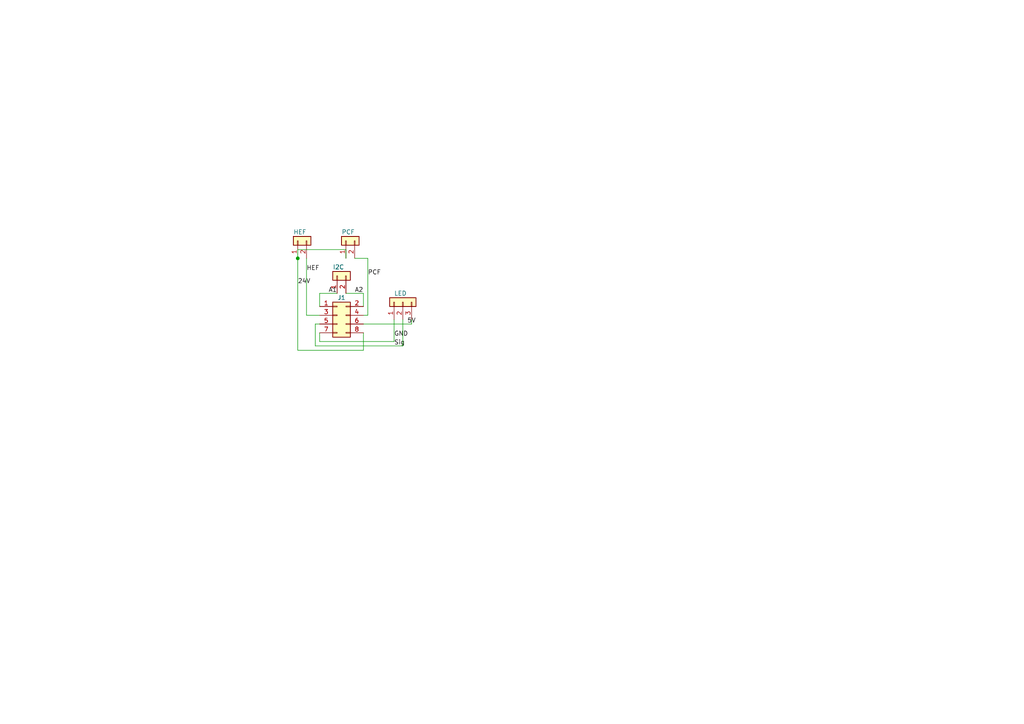
<source format=kicad_sch>
(kicad_sch (version 20211123) (generator eeschema)
  (paper "A4")
  (lib_symbols
    (symbol "Connector_Generic:Conn_01x02" (pin_names (offset 1.016) hide)
      (property "Reference" "J" (at 0 2.54 0))
      (property "Value" "Conn_01x02" (at 0 -5.08 0))
      (symbol "Conn_01x02_1_1"
        (rectangle (start -1.27 -2.413) (end 0 -2.667) (stroke (width 0.1524)))
        (rectangle (start -1.27 0.127) (end 0 -0.127) (stroke (width 0.1524)))
        (rectangle (start -1.27 1.27) (end 1.27 -3.81) (stroke (width 0.254)) (fill (type background)))
        (pin passive line (at -5.08 0 0) (length 3.81) (name "Pin_1") (number "1"))
        (pin passive line (at -5.08 -2.54 0) (length 3.81) (name "Pin_2") (number "2"))
      )
    )
    (symbol "Connector_Generic:Conn_01x03" (pin_names (offset 1.016) hide)
      (property "Reference" "J" (at 0 5.08 0))
      (property "Value" "Conn_01x03" (at 0 -5.08 0))
      (symbol "Conn_01x03_1_1"
        (rectangle (start -1.27 -2.413) (end 0 -2.667) (stroke (width 0.1524)))
        (rectangle (start -1.27 0.127) (end 0 -0.127) (stroke (width 0.1524)))
        (rectangle (start -1.27 2.667) (end 0 2.413) (stroke (width 0.1524)))
        (rectangle (start -1.27 3.81) (end 1.27 -3.81) (stroke (width 0.254)) (fill (type background)))
        (pin passive line (at -5.08 2.54 0) (length 3.81) (name "Pin_1") (number "1"))
        (pin passive line (at -5.08 0 0) (length 3.81) (name "Pin_2") (number "2"))
        (pin passive line (at -5.08 -2.54 0) (length 3.81) (name "Pin_3") (number "3"))
      )
    )
    (symbol "Connector_Generic:Conn_02x04_Odd_Even" (pin_names (offset 1.016) hide)
      (property "Reference" "J" (at 1.27 5.08 0))
      (property "Value" "Conn_02x04_Odd_Even" (at 1.27 -7.62 0))
      (symbol "Conn_02x04_Odd_Even_1_1"
        (rectangle (start -1.27 -4.953) (end 0 -5.207) (stroke (width 0.1524)))
        (rectangle (start -1.27 -2.413) (end 0 -2.667) (stroke (width 0.1524)))
        (rectangle (start -1.27 0.127) (end 0 -0.127) (stroke (width 0.1524)))
        (rectangle (start -1.27 2.667) (end 0 2.413) (stroke (width 0.1524)))
        (rectangle (start -1.27 3.81) (end 3.81 -6.35) (stroke (width 0.254)) (fill (type background)))
        (rectangle (start 3.81 -4.953) (end 2.54 -5.207) (stroke (width 0.1524)))
        (rectangle (start 3.81 -2.413) (end 2.54 -2.667) (stroke (width 0.1524)))
        (rectangle (start 3.81 0.127) (end 2.54 -0.127) (stroke (width 0.1524)))
        (rectangle (start 3.81 2.667) (end 2.54 2.413) (stroke (width 0.1524)))
        (pin passive line (at -5.08 2.54 0) (length 3.81) (name "Pin_1") (number "1"))
        (pin passive line (at 7.62 2.54 180) (length 3.81) (name "Pin_2") (number "2"))
        (pin passive line (at -5.08 0 0) (length 3.81) (name "Pin_3") (number "3"))
        (pin passive line (at 7.62 0 180) (length 3.81) (name "Pin_4") (number "4"))
        (pin passive line (at -5.08 -2.54 0) (length 3.81) (name "Pin_5") (number "5"))
        (pin passive line (at 7.62 -2.54 180) (length 3.81) (name "Pin_6") (number "6"))
        (pin passive line (at -5.08 -5.08 0) (length 3.81) (name "Pin_7") (number "7"))
        (pin passive line (at 7.62 -5.08 180) (length 3.81) (name "Pin_8") (number "8"))
      )
    )
  )
  (junction (at 86.36 74.93))
  (wire (pts (xy 91.44 93.98) (xy 92.71 93.98)))
  (wire (pts (xy 91.44 100.33) (xy 91.44 93.98)))
  (wire (pts (xy 106.68 74.93) (xy 106.68 91.44)))
  (wire (pts (xy 86.36 72.39) (xy 86.36 74.93)))
  (wire (pts (xy 106.68 91.44) (xy 105.41 91.44)))
  (wire (pts (xy 88.9 91.44) (xy 92.71 91.44)))
  (wire (pts (xy 86.36 74.93) (xy 86.36 101.6)))
  (wire (pts (xy 92.71 99.06) (xy 92.71 96.52)))
  (wire (pts (xy 100.33 72.39) (xy 86.36 72.39)))
  (wire (pts (xy 86.36 101.6) (xy 105.41 101.6)))
  (wire (pts (xy 100.33 74.93) (xy 100.33 72.39)))
  (wire (pts (xy 88.9 74.93) (xy 88.9 91.44)))
  (wire (pts (xy 119.38 92.71) (xy 119.38 93.98)))
  (wire (pts (xy 116.84 92.71) (xy 116.84 100.33)))
  (wire (pts (xy 92.71 85.09) (xy 97.79 85.09)))
  (wire (pts (xy 105.41 88.9) (xy 105.41 85.09)))
  (wire (pts (xy 114.3 99.06) (xy 92.71 99.06)))
  (wire (pts (xy 92.71 88.9) (xy 92.71 85.09)))
  (wire (pts (xy 105.41 101.6) (xy 105.41 96.52)))
  (wire (pts (xy 119.38 93.98) (xy 105.41 93.98)))
  (wire (pts (xy 116.84 100.33) (xy 91.44 100.33)))
  (wire (pts (xy 105.41 85.09) (xy 100.33 85.09)))
  (wire (pts (xy 114.3 92.71) (xy 114.3 99.06)))
  (wire (pts (xy 102.87 74.93) (xy 106.68 74.93)))
  (label "A2" (at 102.87 85.09 0))
  (label "Sig" (at 114.3 100.33 0))
  (label "5V" (at 118.11 93.98 0))
  (label "GND" (at 114.3 97.79 0))
  (label "PCF" (at 106.68 80.01 0))
  (label "24V" (at 86.36 82.55 0))
  (label "HEF" (at 88.9 78.74 0))
  (label "A1" (at 95.25 85.09 0))
  (symbol (lib_id "Connector_Generic:Conn_02x04_Odd_Even") (at 97.79 91.44 0) (unit 1)
    (property "Reference" "J1" (at 99.06 86.36 0))
    (property "Value" "Conn_02x04_Odd_Even" (effects hide))
    (property "Footprint" "Connector_PinHeader_2.54mm:PinHeader_2x04_P2.54mm_Horizontal" (effects hide))
  )
  (symbol (lib_id "Connector_Generic:Conn_01x02") (at 86.36 69.85 90) (unit 1)
    (property "Reference" "HEF" (at 85.09 67.31 90) (effects (justify right)))
    (property "Value" "Conn_01x02" (effects hide))
    (property "Footprint" "Connector_JST:JST_XH_B2B-XH-A_1x02_P2.50mm_Vertical" (effects hide))
  )
  (symbol (lib_id "Connector_Generic:Conn_01x02") (at 97.79 80.01 90) (unit 1)
    (property "Reference" "I2C" (at 96.52 77.47 90) (effects (justify right)))
    (property "Value" "Conn_01x02" (effects hide))
    (property "Footprint" "Connector_JST:JST_XH_B2B-XH-A_1x02_P2.50mm_Vertical" (effects hide))
  )
  (symbol (lib_id "Connector_Generic:Conn_01x03") (at 116.84 87.63 90) (unit 1)
    (property "Reference" "LED" (at 114.3 85.09 90) (effects (justify right)))
    (property "Value" "Conn_01x03" (effects hide))
    (property "Footprint" "Connector_JST:JST_XH_B3B-XH-A_1x03_P2.50mm_Vertical" (effects hide))
  )
  (symbol (lib_id "Connector_Generic:Conn_01x02") (at 100.33 69.85 90) (unit 1)
    (property "Reference" "PCF" (at 99.06 67.31 90) (effects (justify right)))
    (property "Value" "Conn_01x02" (effects hide))
    (property "Footprint" "Connector_JST:JST_XH_B2B-XH-A_1x02_P2.50mm_Vertical" (effects hide))
  )
)
</source>
